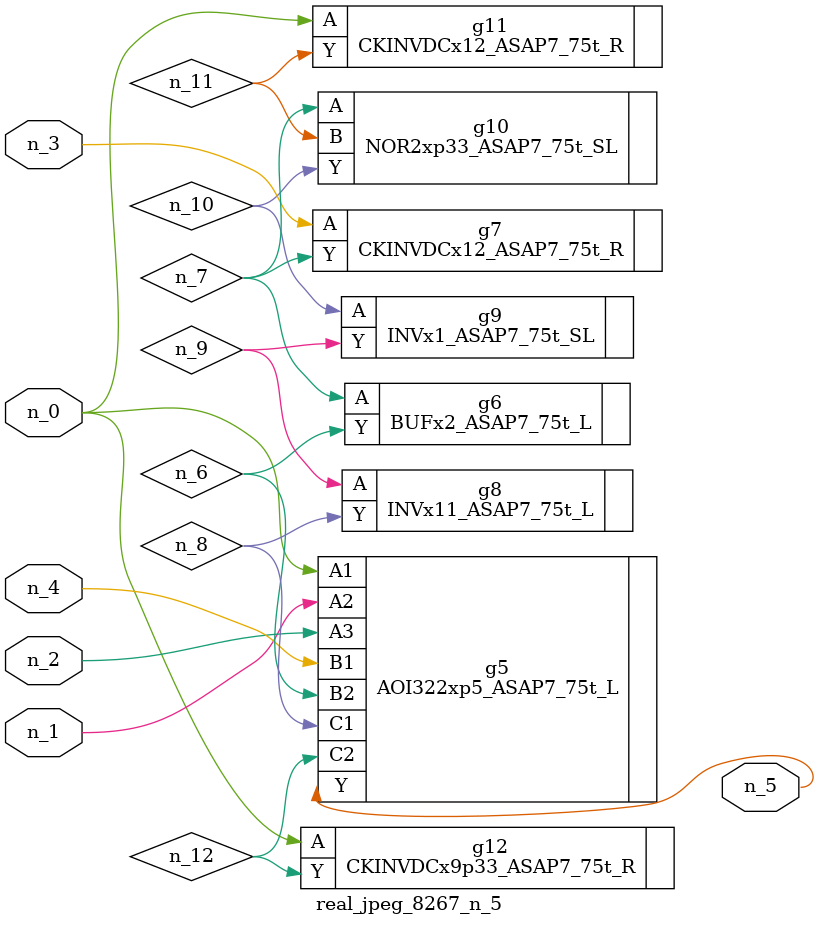
<source format=v>
module real_jpeg_8267_n_5 (n_4, n_0, n_1, n_2, n_3, n_5);

input n_4;
input n_0;
input n_1;
input n_2;
input n_3;

output n_5;

wire n_12;
wire n_8;
wire n_11;
wire n_6;
wire n_7;
wire n_10;
wire n_9;

AOI322xp5_ASAP7_75t_L g5 ( 
.A1(n_0),
.A2(n_1),
.A3(n_2),
.B1(n_4),
.B2(n_6),
.C1(n_8),
.C2(n_12),
.Y(n_5)
);

CKINVDCx12_ASAP7_75t_R g11 ( 
.A(n_0),
.Y(n_11)
);

CKINVDCx9p33_ASAP7_75t_R g12 ( 
.A(n_0),
.Y(n_12)
);

CKINVDCx12_ASAP7_75t_R g7 ( 
.A(n_3),
.Y(n_7)
);

BUFx2_ASAP7_75t_L g6 ( 
.A(n_7),
.Y(n_6)
);

NOR2xp33_ASAP7_75t_SL g10 ( 
.A(n_7),
.B(n_11),
.Y(n_10)
);

INVx11_ASAP7_75t_L g8 ( 
.A(n_9),
.Y(n_8)
);

INVx1_ASAP7_75t_SL g9 ( 
.A(n_10),
.Y(n_9)
);


endmodule
</source>
